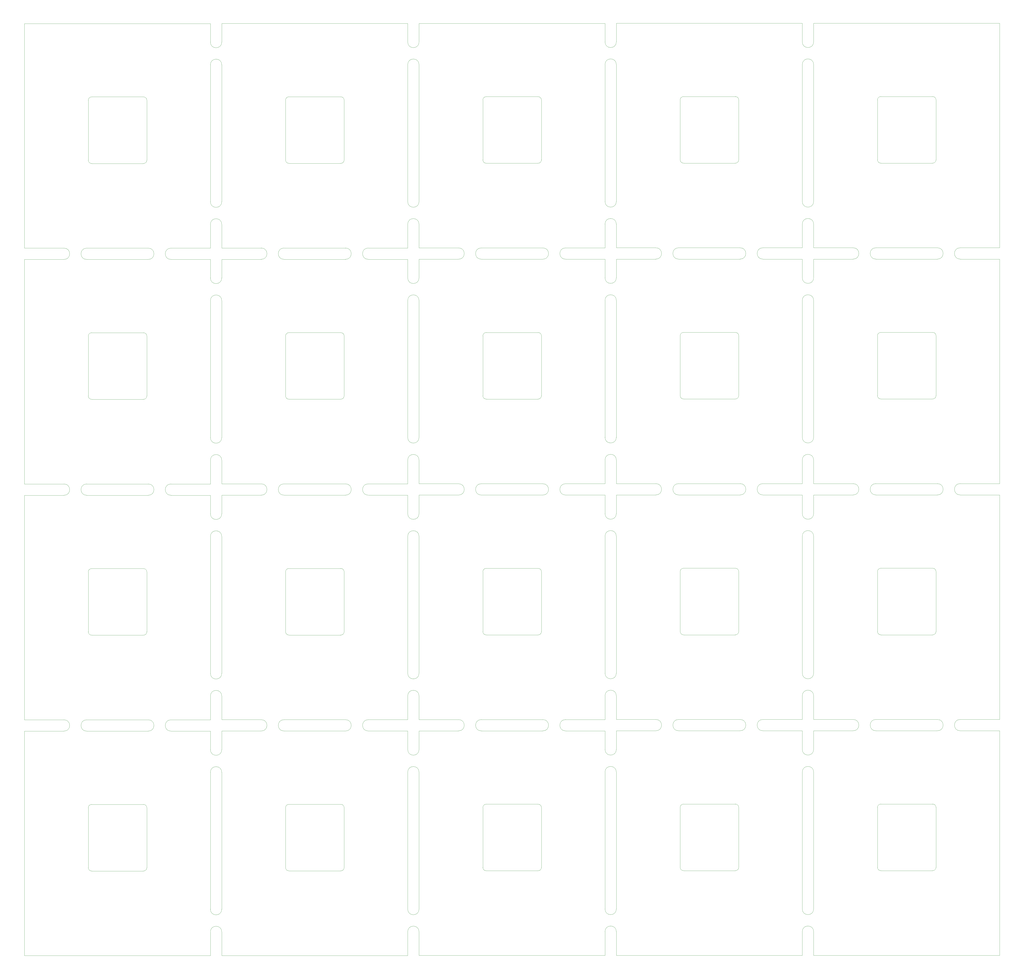
<source format=gbr>
%TF.GenerationSoftware,KiCad,Pcbnew,(6.0.5)*%
%TF.CreationDate,2022-08-17T15:04:12-07:00*%
%TF.ProjectId,X_Y_Panels,585f595f-5061-46e6-956c-732e6b696361,rev?*%
%TF.SameCoordinates,Original*%
%TF.FileFunction,Profile,NP*%
%FSLAX46Y46*%
G04 Gerber Fmt 4.6, Leading zero omitted, Abs format (unit mm)*
G04 Created by KiCad (PCBNEW (6.0.5)) date 2022-08-17 15:04:12*
%MOMM*%
%LPD*%
G01*
G04 APERTURE LIST*
%TA.AperFunction,Profile*%
%ADD10C,0.100000*%
%TD*%
%TA.AperFunction,Profile*%
%ADD11C,0.050000*%
%TD*%
G04 APERTURE END LIST*
D10*
X387678000Y-42062000D02*
G75*
G03*
X386178000Y-43561997I0J-1500000D01*
G01*
X125188000Y-174051999D02*
X125188000Y-147661999D01*
D11*
X266042000Y-192339998D02*
X266042000Y-131969998D01*
X211482000Y-217809998D02*
X238642000Y-217809998D01*
D10*
X151028000Y-147661999D02*
X151028000Y-174051999D01*
D11*
X266042000Y-17969998D02*
X266042000Y-9809998D01*
X271038000Y-212759997D02*
X271042000Y-202339998D01*
X10050000Y-316910000D02*
X27490000Y-316910000D01*
D10*
X64032000Y-355712000D02*
X64032000Y-382102000D01*
X212184000Y-382001998D02*
X212184000Y-355611998D01*
D11*
X271038000Y-113759997D02*
X288478000Y-113759997D01*
D10*
X236524000Y-71502000D02*
G75*
G03*
X238024000Y-70001998I0J1500000D01*
G01*
D11*
X335638000Y-321759997D02*
X353038000Y-321759997D01*
D10*
X62532000Y-71602000D02*
X39692000Y-71602000D01*
X126688000Y-146162000D02*
G75*
G03*
X125188000Y-147661999I0J-1500000D01*
G01*
D11*
X179046000Y-192389999D02*
X179046000Y-132019999D01*
D10*
X39692000Y-250212000D02*
G75*
G03*
X38192000Y-251712000I0J-1500000D01*
G01*
D11*
X184046000Y-122019999D02*
X184042000Y-113809998D01*
D10*
X323520000Y-383452000D02*
G75*
G03*
X325020000Y-381951997I0J1500000D01*
G01*
D11*
X184046000Y-192389999D02*
X184046000Y-132019999D01*
X37490000Y-217910000D02*
X64650000Y-217910000D01*
D10*
X149528000Y-383552000D02*
G75*
G03*
X151028000Y-382051999I0J1500000D01*
G01*
D11*
X335638000Y-108759997D02*
X353038000Y-108759997D01*
X358036000Y-108759997D02*
X375476000Y-108759997D01*
X271038000Y-212759997D02*
X288478000Y-212759997D01*
X124486000Y-217859999D02*
X151646000Y-217859999D01*
X74650000Y-217910000D02*
X92050000Y-217910000D01*
X92050000Y-226070000D02*
X92050000Y-217910000D01*
D10*
X386178003Y-69951997D02*
G75*
G03*
X387678000Y-71451997I1499997J-3D01*
G01*
X412018003Y-355561997D02*
G75*
G03*
X410518000Y-354061997I-1499903J97D01*
G01*
D11*
X335638000Y-420759997D02*
X353038000Y-420759997D01*
X440036000Y-9759997D02*
X358036000Y-9759997D01*
X353040000Y-192339998D02*
X353040000Y-131969998D01*
X271042000Y-225969998D02*
X271038000Y-217759997D01*
X266042000Y-329969998D02*
X266042000Y-321809998D01*
D10*
X323520000Y-175451997D02*
X300680000Y-175451997D01*
X149528000Y-383551999D02*
X126688000Y-383551999D01*
D11*
X385476000Y-113759997D02*
X412636000Y-113759997D01*
X358040000Y-329969998D02*
X358036000Y-321759997D01*
D10*
X299180000Y-173951997D02*
X299180000Y-147561997D01*
X149528000Y-71551999D02*
X126688000Y-71551999D01*
D11*
X440036000Y-212759997D02*
X440036000Y-113759997D01*
D10*
X323520000Y-71452000D02*
G75*
G03*
X325020000Y-69951997I0J1500000D01*
G01*
D11*
X124486000Y-316859999D02*
X151646000Y-316859999D01*
D10*
X212184002Y-70001998D02*
G75*
G03*
X213684000Y-71501998I1499998J-2D01*
G01*
X212184000Y-70001998D02*
X212184000Y-43611998D01*
X151028001Y-147661999D02*
G75*
G03*
X149528000Y-146161999I-1499901J99D01*
G01*
X325020000Y-43561997D02*
X325020000Y-69951997D01*
X151028001Y-251661999D02*
G75*
G03*
X149528000Y-250161999I-1499901J99D01*
G01*
X38192000Y-174102000D02*
G75*
G03*
X39692000Y-175602000I1500000J0D01*
G01*
X325020000Y-251561997D02*
X325020000Y-277951997D01*
X386178003Y-381951997D02*
G75*
G03*
X387678000Y-383451997I1499997J-3D01*
G01*
D11*
X179046000Y-226019999D02*
X179046000Y-217859999D01*
D10*
X410518000Y-175451997D02*
X387678000Y-175451997D01*
D11*
X298478000Y-113759997D02*
X325638000Y-113759997D01*
X358040000Y-296339998D02*
X358040000Y-235969998D01*
X124486000Y-108859999D02*
X151646000Y-108859999D01*
D10*
X410518000Y-71451997D02*
X387678000Y-71451997D01*
X64032000Y-43712000D02*
G75*
G03*
X62532000Y-42212000I-1500000J0D01*
G01*
X299180003Y-69951997D02*
G75*
G03*
X300680000Y-71451997I1499997J-3D01*
G01*
D11*
X97046000Y-217859999D02*
X114486000Y-217859999D01*
D10*
X386178003Y-277951997D02*
G75*
G03*
X387678000Y-279451997I1499997J-3D01*
G01*
X238024000Y-251611998D02*
X238024000Y-278001998D01*
X125188001Y-174051999D02*
G75*
G03*
X126688000Y-175551999I1499999J-1D01*
G01*
D11*
X271042000Y-296339998D02*
X271042000Y-235969998D01*
D10*
X325020000Y-355561997D02*
X325020000Y-381951997D01*
X39692000Y-42212000D02*
G75*
G03*
X38192000Y-43712000I0J-1500000D01*
G01*
X238024002Y-147611998D02*
G75*
G03*
X236524000Y-146111998I-1499902J98D01*
G01*
X236524000Y-175501998D02*
X213684000Y-175501998D01*
D11*
X266042000Y-121969998D02*
X266042000Y-113809998D01*
X353038000Y-316759997D02*
X353040000Y-306339998D01*
X248642000Y-321809998D02*
X266042000Y-321809998D01*
D10*
X412018003Y-147561997D02*
G75*
G03*
X410518000Y-146061997I-1499903J97D01*
G01*
D11*
X422636000Y-420759997D02*
X440036000Y-420759997D01*
X358036000Y-321759997D02*
X375476000Y-321759997D01*
X271038000Y-420759997D02*
X271042000Y-410339998D01*
X37490000Y-212910000D02*
X64650000Y-212910000D01*
D10*
X410518000Y-383451997D02*
X387678000Y-383451997D01*
D11*
X211482000Y-108809998D02*
X238642000Y-108809998D01*
D10*
X412018003Y-43561997D02*
G75*
G03*
X410518000Y-42061997I-1499903J97D01*
G01*
D11*
X10050000Y-108910000D02*
X10050000Y-9910000D01*
D10*
X149528000Y-175551999D02*
X126688000Y-175551999D01*
D11*
X248642000Y-212809998D02*
X266042000Y-212809998D01*
D10*
X386178000Y-173951997D02*
X386178000Y-147561997D01*
D11*
X271038000Y-321759997D02*
X288478000Y-321759997D01*
X92050000Y-330070000D02*
X92050000Y-321910000D01*
X179046000Y-88389999D02*
X179046000Y-28019999D01*
D10*
X125188001Y-278051999D02*
G75*
G03*
X126688000Y-279551999I1499999J-1D01*
G01*
X213684000Y-354112000D02*
G75*
G03*
X212184000Y-355611998I0J-1500000D01*
G01*
X151028000Y-251661999D02*
X151028000Y-278051999D01*
D11*
X10050000Y-113910000D02*
X27490000Y-113910000D01*
D10*
X62532000Y-383602000D02*
X39692000Y-383602000D01*
X323520000Y-279452000D02*
G75*
G03*
X325020000Y-277951997I0J1500000D01*
G01*
X39692000Y-42212000D02*
X62532000Y-42212000D01*
D11*
X248642000Y-316809998D02*
X266042000Y-316809998D01*
X440036000Y-420759997D02*
X440036000Y-321759997D01*
X353040000Y-88339998D02*
X353040000Y-27969998D01*
D10*
X238024000Y-355611998D02*
X238024000Y-382001998D01*
X323520000Y-175452000D02*
G75*
G03*
X325020000Y-173951997I0J1500000D01*
G01*
X125188001Y-70051999D02*
G75*
G03*
X126688000Y-71551999I1499999J-1D01*
G01*
X299180000Y-381951997D02*
X299180000Y-355561997D01*
X325020003Y-251561997D02*
G75*
G03*
X323520000Y-250061997I-1499903J97D01*
G01*
X149528000Y-175552000D02*
G75*
G03*
X151028000Y-174051999I0J1500000D01*
G01*
D11*
X184042000Y-321809998D02*
X201482000Y-321809998D01*
X358036000Y-212759997D02*
X358040000Y-202339998D01*
D10*
X386178000Y-381951997D02*
X386178000Y-355561997D01*
D11*
X440036000Y-316759997D02*
X440036000Y-217759997D01*
X440036000Y-108759997D02*
X440036000Y-9759997D01*
D10*
X39692000Y-354212000D02*
G75*
G03*
X38192000Y-355712000I0J-1500000D01*
G01*
D11*
X353038000Y-9759997D02*
X271038000Y-9759997D01*
X353040000Y-296339998D02*
X353040000Y-235969998D01*
D10*
X236524000Y-383502000D02*
G75*
G03*
X238024000Y-382001998I0J1500000D01*
G01*
X238024002Y-355611998D02*
G75*
G03*
X236524000Y-354111998I-1499902J98D01*
G01*
D11*
X97050000Y-330070000D02*
X97046000Y-321859999D01*
X266042000Y-296339998D02*
X266042000Y-235969998D01*
X10050000Y-420910000D02*
X74650000Y-420910000D01*
D10*
X62532000Y-383602000D02*
G75*
G03*
X64032000Y-382102000I0J1500000D01*
G01*
D11*
X422636000Y-217759997D02*
X440036000Y-217759997D01*
D10*
X299180000Y-69951997D02*
X299180000Y-43561997D01*
X64032000Y-355712000D02*
G75*
G03*
X62532000Y-354212000I-1500000J0D01*
G01*
X412018000Y-251561997D02*
X412018000Y-277951997D01*
X387678000Y-42061997D02*
X410518000Y-42061997D01*
D11*
X358040000Y-17969998D02*
X358036000Y-9759997D01*
X358036000Y-217759997D02*
X375476000Y-217759997D01*
X211482000Y-321809998D02*
X238642000Y-321809998D01*
X266042000Y-9809998D02*
X184042000Y-9809998D01*
X248642000Y-113809998D02*
X266042000Y-113809998D01*
X37490000Y-108910000D02*
X64650000Y-108910000D01*
X179046000Y-330019999D02*
X179046000Y-321859999D01*
X97046000Y-316859999D02*
X97050000Y-306440000D01*
X335638000Y-212759997D02*
X353038000Y-212759997D01*
X74650000Y-113910000D02*
X92050000Y-113910000D01*
D10*
X126688000Y-354162000D02*
G75*
G03*
X125188000Y-355661999I0J-1500000D01*
G01*
D11*
X97046000Y-108859999D02*
X114486000Y-108859999D01*
D10*
X213684000Y-146111998D02*
X236524000Y-146111998D01*
X212184002Y-174001998D02*
G75*
G03*
X213684000Y-175501998I1499998J-2D01*
G01*
D11*
X358040000Y-121969998D02*
X358036000Y-113759997D01*
D10*
X238024002Y-251611998D02*
G75*
G03*
X236524000Y-250111998I-1499902J98D01*
G01*
X236524000Y-175502000D02*
G75*
G03*
X238024000Y-174001998I0J1500000D01*
G01*
X325020000Y-147561997D02*
X325020000Y-173951997D01*
D11*
X184042000Y-420809998D02*
X184046000Y-410389999D01*
D10*
X151028001Y-43661999D02*
G75*
G03*
X149528000Y-42161999I-1499901J99D01*
G01*
X387678000Y-146062000D02*
G75*
G03*
X386178000Y-147561997I0J-1500000D01*
G01*
X126688000Y-42162000D02*
G75*
G03*
X125188000Y-43661999I0J-1500000D01*
G01*
D11*
X298478000Y-316759997D02*
X325638000Y-316759997D01*
X37490000Y-321910000D02*
X64650000Y-321910000D01*
X271038000Y-420759997D02*
X335638000Y-420759997D01*
D10*
X412018000Y-355561997D02*
X412018000Y-381951997D01*
X300680000Y-354061997D02*
X323520000Y-354061997D01*
D11*
X266042000Y-316809998D02*
X266042000Y-306339998D01*
D10*
X151028001Y-355661999D02*
G75*
G03*
X149528000Y-354161999I-1499901J99D01*
G01*
X39692000Y-146212000D02*
G75*
G03*
X38192000Y-147712000I0J-1500000D01*
G01*
X300680000Y-250061997D02*
X323520000Y-250061997D01*
D11*
X184042000Y-108809998D02*
X201482000Y-108809998D01*
X97050000Y-88440000D02*
X97050000Y-28070000D01*
X97046000Y-108859999D02*
X97050000Y-98440000D01*
X358036000Y-420759997D02*
X422636000Y-420759997D01*
D10*
X39692000Y-146212000D02*
X62532000Y-146212000D01*
D11*
X248642000Y-217809998D02*
X266042000Y-217809998D01*
D10*
X38192000Y-382102000D02*
G75*
G03*
X39692000Y-383602000I1500000J0D01*
G01*
D11*
X184042000Y-212809998D02*
X201482000Y-212809998D01*
X353040000Y-400339998D02*
X353040000Y-339969998D01*
X271042000Y-88339998D02*
X271042000Y-27969998D01*
X161646000Y-316859999D02*
X179046000Y-316859999D01*
D10*
X236524000Y-71501998D02*
X213684000Y-71501998D01*
D11*
X184046000Y-330019999D02*
X184042000Y-321809998D01*
X74650000Y-420910000D02*
X92050000Y-420910000D01*
X266042000Y-108809998D02*
X266042000Y-98339998D01*
D10*
X149528000Y-71552000D02*
G75*
G03*
X151028000Y-70051999I0J1500000D01*
G01*
D11*
X184046000Y-88389999D02*
X184046000Y-28019999D01*
D10*
X323520000Y-71451997D02*
X300680000Y-71451997D01*
D11*
X92050000Y-212910000D02*
X92050000Y-202440000D01*
X422636000Y-212759997D02*
X440036000Y-212759997D01*
X97050000Y-226070000D02*
X97046000Y-217859999D01*
X97046000Y-212859999D02*
X114486000Y-212859999D01*
X298478000Y-108759997D02*
X325638000Y-108759997D01*
X37490000Y-113910000D02*
X64650000Y-113910000D01*
X422636000Y-113759997D02*
X440036000Y-113759997D01*
D10*
X300680000Y-42061997D02*
X323520000Y-42061997D01*
X149528000Y-279551999D02*
X126688000Y-279551999D01*
X64032000Y-147712000D02*
G75*
G03*
X62532000Y-146212000I-1500000J0D01*
G01*
D11*
X97046000Y-420859999D02*
X161646000Y-420859999D01*
X385476000Y-108759997D02*
X412636000Y-108759997D01*
D10*
X62532000Y-279602000D02*
G75*
G03*
X64032000Y-278102000I0J1500000D01*
G01*
D11*
X353040000Y-121969998D02*
X353038000Y-113759997D01*
X184042000Y-217809998D02*
X201482000Y-217809998D01*
D10*
X38192000Y-278102000D02*
X38192000Y-251712000D01*
X410518000Y-175452000D02*
G75*
G03*
X412018000Y-173951997I0J1500000D01*
G01*
D11*
X358036000Y-212759997D02*
X375476000Y-212759997D01*
D10*
X238024002Y-43611998D02*
G75*
G03*
X236524000Y-42111998I-1499902J98D01*
G01*
X126688000Y-250162000D02*
G75*
G03*
X125188000Y-251661999I0J-1500000D01*
G01*
D11*
X179046000Y-420859999D02*
X179046000Y-410389999D01*
D10*
X299180003Y-173951997D02*
G75*
G03*
X300680000Y-175451997I1499997J-3D01*
G01*
X236524000Y-279501998D02*
X213684000Y-279501998D01*
D11*
X211482000Y-113809998D02*
X238642000Y-113809998D01*
X271038000Y-108759997D02*
X288478000Y-108759997D01*
D10*
X323520000Y-279451997D02*
X300680000Y-279451997D01*
X410518000Y-279451997D02*
X387678000Y-279451997D01*
X64032000Y-147712000D02*
X64032000Y-174102000D01*
X126688000Y-42161999D02*
X149528000Y-42161999D01*
X386178003Y-173951997D02*
G75*
G03*
X387678000Y-175451997I1499997J-3D01*
G01*
X64032000Y-251712000D02*
X64032000Y-278102000D01*
D11*
X271042000Y-192339998D02*
X271042000Y-131969998D01*
X358040000Y-192339998D02*
X358040000Y-131969998D01*
X97046000Y-113859999D02*
X114486000Y-113859999D01*
D10*
X213684000Y-42111998D02*
X236524000Y-42111998D01*
D11*
X92050000Y-420910000D02*
X92050000Y-410440000D01*
X161646000Y-217859999D02*
X179046000Y-217859999D01*
X10050000Y-108910000D02*
X27490000Y-108910000D01*
X184042000Y-212809998D02*
X184046000Y-202389999D01*
X97050000Y-400440000D02*
X97050000Y-340070000D01*
X248642000Y-420809998D02*
X266042000Y-420809998D01*
D10*
X387678000Y-354062000D02*
G75*
G03*
X386178000Y-355561997I0J-1500000D01*
G01*
D11*
X358040000Y-88339998D02*
X358040000Y-27969998D01*
X266042000Y-400339998D02*
X266042000Y-339969998D01*
X271042000Y-400339998D02*
X271042000Y-339969998D01*
X184046000Y-226019999D02*
X184042000Y-217809998D01*
X10050000Y-212910000D02*
X10050000Y-113910000D01*
X97050000Y-192440000D02*
X97050000Y-132070000D01*
X179046000Y-9859999D02*
X97046000Y-9859999D01*
X92050000Y-400440000D02*
X92050000Y-340070000D01*
X266042000Y-420809998D02*
X266042000Y-410339998D01*
X385476000Y-321759997D02*
X412636000Y-321759997D01*
X353040000Y-329969998D02*
X353038000Y-321759997D01*
X353040000Y-17969998D02*
X353038000Y-9759997D01*
D10*
X39692000Y-354212000D02*
X62532000Y-354212000D01*
D11*
X97050000Y-18070000D02*
X97046000Y-9859999D01*
X385476000Y-217759997D02*
X412636000Y-217759997D01*
X161646000Y-113859999D02*
X179046000Y-113859999D01*
X92050000Y-9910000D02*
X10050000Y-9910000D01*
X10050000Y-316910000D02*
X10050000Y-217910000D01*
D10*
X386178000Y-69951997D02*
X386178000Y-43561997D01*
D11*
X184042000Y-316809998D02*
X184046000Y-306389999D01*
X92050000Y-18070000D02*
X92050000Y-9910000D01*
X211482000Y-316809998D02*
X238642000Y-316809998D01*
D10*
X213684000Y-42112000D02*
G75*
G03*
X212184000Y-43611998I0J-1500000D01*
G01*
D11*
X358036000Y-316759997D02*
X375476000Y-316759997D01*
X358036000Y-113759997D02*
X375476000Y-113759997D01*
X179046000Y-18019999D02*
X179046000Y-9859999D01*
X124486000Y-113859999D02*
X151646000Y-113859999D01*
D10*
X300680000Y-354062000D02*
G75*
G03*
X299180000Y-355561997I0J-1500000D01*
G01*
D11*
X74650000Y-316910000D02*
X92050000Y-316910000D01*
X385476000Y-316759997D02*
X412636000Y-316759997D01*
X10050000Y-321910000D02*
X27490000Y-321910000D01*
D10*
X151028000Y-43661999D02*
X151028000Y-70051999D01*
X238024000Y-147611998D02*
X238024000Y-174001998D01*
D11*
X74650000Y-212910000D02*
X92050000Y-212910000D01*
X92050000Y-108910000D02*
X92050000Y-98440000D01*
D10*
X325020003Y-147561997D02*
G75*
G03*
X323520000Y-146061997I-1499903J97D01*
G01*
X300680000Y-42062000D02*
G75*
G03*
X299180000Y-43561997I0J-1500000D01*
G01*
D11*
X266042000Y-88339998D02*
X266042000Y-27969998D01*
X335638000Y-316759997D02*
X353038000Y-316759997D01*
D10*
X149528000Y-279552000D02*
G75*
G03*
X151028000Y-278051999I0J1500000D01*
G01*
D11*
X271042000Y-17969998D02*
X271038000Y-9759997D01*
D10*
X64032000Y-251712000D02*
G75*
G03*
X62532000Y-250212000I-1500000J0D01*
G01*
D11*
X161646000Y-108859999D02*
X179046000Y-108859999D01*
D10*
X387678000Y-146061997D02*
X410518000Y-146061997D01*
D11*
X97046000Y-420859999D02*
X97050000Y-410440000D01*
X335638000Y-113759997D02*
X353038000Y-113759997D01*
X124486000Y-212859999D02*
X151646000Y-212859999D01*
D10*
X300680000Y-250062000D02*
G75*
G03*
X299180000Y-251561997I0J-1500000D01*
G01*
X212184002Y-278001998D02*
G75*
G03*
X213684000Y-279501998I1499998J-2D01*
G01*
D11*
X10050000Y-212910000D02*
X27490000Y-212910000D01*
D10*
X300680000Y-146061997D02*
X323520000Y-146061997D01*
D11*
X179046000Y-400389999D02*
X179046000Y-340019999D01*
X353038000Y-108759997D02*
X353040000Y-98339998D01*
X298478000Y-217759997D02*
X325638000Y-217759997D01*
X298478000Y-321759997D02*
X325638000Y-321759997D01*
X92050000Y-192440000D02*
X92050000Y-132070000D01*
X271042000Y-121969998D02*
X271038000Y-113759997D01*
X92050000Y-316910000D02*
X92050000Y-306440000D01*
X422636000Y-108759997D02*
X440036000Y-108759997D01*
D10*
X213684000Y-146112000D02*
G75*
G03*
X212184000Y-147611998I0J-1500000D01*
G01*
D11*
X184042000Y-316809998D02*
X201482000Y-316809998D01*
X74650000Y-108910000D02*
X92050000Y-108910000D01*
D10*
X299180000Y-277951997D02*
X299180000Y-251561997D01*
D11*
X97046000Y-316859999D02*
X114486000Y-316859999D01*
X266042000Y-225969998D02*
X266042000Y-217809998D01*
D10*
X387678000Y-250061997D02*
X410518000Y-250061997D01*
X64032000Y-43712000D02*
X64032000Y-70102000D01*
X38192000Y-278102000D02*
G75*
G03*
X39692000Y-279602000I1500000J0D01*
G01*
X151028000Y-355661999D02*
X151028000Y-382051999D01*
X325020003Y-43561997D02*
G75*
G03*
X323520000Y-42061997I-1499903J97D01*
G01*
X323520000Y-383451997D02*
X300680000Y-383451997D01*
D11*
X37490000Y-316910000D02*
X64650000Y-316910000D01*
X184042000Y-420809998D02*
X248642000Y-420809998D01*
X97046000Y-212859999D02*
X97050000Y-202440000D01*
X179046000Y-316859999D02*
X179046000Y-306389999D01*
D10*
X212184002Y-382001998D02*
G75*
G03*
X213684000Y-383501998I1499998J-2D01*
G01*
D11*
X266042000Y-212809998D02*
X266042000Y-202339998D01*
X179046000Y-212859999D02*
X179046000Y-202389999D01*
D10*
X213684000Y-250112000D02*
G75*
G03*
X212184000Y-251611998I0J-1500000D01*
G01*
D11*
X385476000Y-212759997D02*
X412636000Y-212759997D01*
D10*
X38192000Y-70102000D02*
X38192000Y-43712000D01*
X213684000Y-354111998D02*
X236524000Y-354111998D01*
D11*
X97050000Y-296440000D02*
X97050000Y-236070000D01*
X422636000Y-316759997D02*
X440036000Y-316759997D01*
D10*
X412018000Y-43561997D02*
X412018000Y-69951997D01*
D11*
X184046000Y-18019999D02*
X184042000Y-9809998D01*
D10*
X386178000Y-277951997D02*
X386178000Y-251561997D01*
X387678000Y-250062000D02*
G75*
G03*
X386178000Y-251561997I0J-1500000D01*
G01*
D11*
X179046000Y-122019999D02*
X179046000Y-113859999D01*
X358036000Y-420759997D02*
X358040000Y-410339998D01*
X161646000Y-321859999D02*
X179046000Y-321859999D01*
X161646000Y-212859999D02*
X179046000Y-212859999D01*
X358036000Y-108759997D02*
X358040000Y-98339998D01*
D10*
X126688000Y-250161999D02*
X149528000Y-250161999D01*
D11*
X271038000Y-316759997D02*
X288478000Y-316759997D01*
X271038000Y-108759997D02*
X271042000Y-98339998D01*
D10*
X212184000Y-174001998D02*
X212184000Y-147611998D01*
X299180003Y-277951997D02*
G75*
G03*
X300680000Y-279451997I1499997J-3D01*
G01*
X213684000Y-250111998D02*
X236524000Y-250111998D01*
X125188001Y-382051999D02*
G75*
G03*
X126688000Y-383551999I1499999J-1D01*
G01*
D11*
X422636000Y-321759997D02*
X440036000Y-321759997D01*
X211482000Y-212809998D02*
X238642000Y-212809998D01*
D10*
X125188000Y-70051999D02*
X125188000Y-43661999D01*
D11*
X10050000Y-217910000D02*
X27490000Y-217910000D01*
X92050000Y-296440000D02*
X92050000Y-236070000D01*
D10*
X412018000Y-147561997D02*
X412018000Y-173951997D01*
D11*
X92050000Y-88440000D02*
X92050000Y-28070000D01*
X184046000Y-400389999D02*
X184046000Y-340019999D01*
D10*
X412018003Y-251561997D02*
G75*
G03*
X410518000Y-250061997I-1499903J97D01*
G01*
D11*
X271038000Y-316759997D02*
X271042000Y-306339998D01*
D10*
X39692000Y-250212000D02*
X62532000Y-250212000D01*
X125188000Y-278051999D02*
X125188000Y-251661999D01*
X299180003Y-381951997D02*
G75*
G03*
X300680000Y-383451997I1499997J-3D01*
G01*
X38192000Y-382102000D02*
X38192000Y-355712000D01*
D11*
X10050000Y-420910000D02*
X10050000Y-321910000D01*
D10*
X238024000Y-43611998D02*
X238024000Y-70001998D01*
X410518000Y-279452000D02*
G75*
G03*
X412018000Y-277951997I0J1500000D01*
G01*
X126688000Y-354161999D02*
X149528000Y-354161999D01*
D11*
X248642000Y-108809998D02*
X266042000Y-108809998D01*
X124486000Y-321859999D02*
X151646000Y-321859999D01*
X92050000Y-122070000D02*
X92050000Y-113910000D01*
D10*
X410518000Y-71452000D02*
G75*
G03*
X412018000Y-69951997I0J1500000D01*
G01*
D11*
X353038000Y-420759997D02*
X353040000Y-410339998D01*
X179046000Y-296389999D02*
X179046000Y-236019999D01*
D10*
X300680000Y-146062000D02*
G75*
G03*
X299180000Y-147561997I0J-1500000D01*
G01*
D11*
X271042000Y-329969998D02*
X271038000Y-321759997D01*
D10*
X325020003Y-355561997D02*
G75*
G03*
X323520000Y-354061997I-1499903J97D01*
G01*
D11*
X298478000Y-212759997D02*
X325638000Y-212759997D01*
X184042000Y-108809998D02*
X184046000Y-98389999D01*
X353038000Y-212759997D02*
X353040000Y-202339998D01*
D10*
X236524000Y-279502000D02*
G75*
G03*
X238024000Y-278001998I0J1500000D01*
G01*
D11*
X97050000Y-122070000D02*
X97046000Y-113859999D01*
D10*
X62532000Y-279602000D02*
X39692000Y-279602000D01*
D11*
X179046000Y-108859999D02*
X179046000Y-98389999D01*
X184042000Y-113809998D02*
X201482000Y-113809998D01*
X335638000Y-217759997D02*
X353038000Y-217759997D01*
D10*
X387678000Y-354061997D02*
X410518000Y-354061997D01*
X62532000Y-175602000D02*
X39692000Y-175602000D01*
X62532000Y-71602000D02*
G75*
G03*
X64032000Y-70102000I0J1500000D01*
G01*
D11*
X184046000Y-296389999D02*
X184046000Y-236019999D01*
X161646000Y-420859999D02*
X179046000Y-420859999D01*
D10*
X212184000Y-278001998D02*
X212184000Y-251611998D01*
D11*
X358040000Y-225969998D02*
X358036000Y-217759997D01*
D10*
X236524000Y-383501998D02*
X213684000Y-383501998D01*
X125188000Y-382051999D02*
X125188000Y-355661999D01*
X62532000Y-175602000D02*
G75*
G03*
X64032000Y-174102000I0J1500000D01*
G01*
X126688000Y-146161999D02*
X149528000Y-146161999D01*
D11*
X97046000Y-321859999D02*
X114486000Y-321859999D01*
X271038000Y-217759997D02*
X288478000Y-217759997D01*
D10*
X410518000Y-383452000D02*
G75*
G03*
X412018000Y-381951997I0J1500000D01*
G01*
X38192000Y-174102000D02*
X38192000Y-147712000D01*
D11*
X358040000Y-400339998D02*
X358040000Y-339969998D01*
X358036000Y-316759997D02*
X358040000Y-306339998D01*
X74650000Y-321910000D02*
X92050000Y-321910000D01*
X353040000Y-225969998D02*
X353038000Y-217759997D01*
D10*
X38192000Y-70102000D02*
G75*
G03*
X39692000Y-71602000I1500000J0D01*
G01*
D11*
%TO.C,mouse-bite-8*%
X179046000Y-400389999D02*
G75*
G03*
X184046000Y-400389999I2500000J0D01*
G01*
X184046000Y-410389999D02*
G75*
G03*
X179046000Y-410389999I-2500000J0D01*
G01*
%TO.C,mouse-bite-3*%
X353040000Y-121969998D02*
G75*
G03*
X358040000Y-121969998I2500000J0D01*
G01*
X358040000Y-131969998D02*
G75*
G03*
X353040000Y-131969998I-2500000J0D01*
G01*
%TO.C,mouse-bite-11*%
X298478000Y-212759997D02*
G75*
G03*
X298478000Y-217759997I0J-2500000D01*
G01*
X288478000Y-217759997D02*
G75*
G03*
X288478000Y-212759997I0J2500000D01*
G01*
%TO.C,mouse-bite-17*%
X114486000Y-217859999D02*
G75*
G03*
X114486000Y-212859999I0J2500000D01*
G01*
X124486000Y-212859999D02*
G75*
G03*
X124486000Y-217859999I0J-2500000D01*
G01*
%TO.C,mouse-bite-14*%
X412636000Y-217759997D02*
G75*
G03*
X412636000Y-212759997I0J2500000D01*
G01*
X422636000Y-212759997D02*
G75*
G03*
X422636000Y-217759997I0J-2500000D01*
G01*
%TO.C,mouse-bite-7*%
X92050000Y-400440000D02*
G75*
G03*
X97050000Y-400440000I2500000J0D01*
G01*
X97050000Y-410440000D02*
G75*
G03*
X92050000Y-410440000I-2500000J0D01*
G01*
%TO.C,mouse-bite-15*%
X37490000Y-316910000D02*
G75*
G03*
X37490000Y-321910000I0J-2500000D01*
G01*
X27490000Y-321910000D02*
G75*
G03*
X27490000Y-316910000I0J2500000D01*
G01*
%TO.C,mouse-bite-13*%
X385476000Y-212759997D02*
G75*
G03*
X385476000Y-217759997I0J-2500000D01*
G01*
X375476000Y-217759997D02*
G75*
G03*
X375476000Y-212759997I0J2500000D01*
G01*
%TO.C,mouse-bite-8*%
X179046000Y-296389999D02*
G75*
G03*
X184046000Y-296389999I2500000J0D01*
G01*
X184046000Y-306389999D02*
G75*
G03*
X179046000Y-306389999I-2500000J0D01*
G01*
%TO.C,mouse-bite-14*%
X412636000Y-321759997D02*
G75*
G03*
X412636000Y-316759997I0J2500000D01*
G01*
X422636000Y-316759997D02*
G75*
G03*
X422636000Y-321759997I0J-2500000D01*
G01*
%TO.C,mouse-bite-2*%
X266042000Y-17969998D02*
G75*
G03*
X271042000Y-17969998I2500000J0D01*
G01*
X271042000Y-27969998D02*
G75*
G03*
X266042000Y-27969998I-2500000J0D01*
G01*
X266042000Y-329969998D02*
G75*
G03*
X271042000Y-329969998I2500000J0D01*
G01*
X271042000Y-339969998D02*
G75*
G03*
X266042000Y-339969998I-2500000J0D01*
G01*
%TO.C,mouse-bite-14*%
X412636000Y-113759997D02*
G75*
G03*
X412636000Y-108759997I0J2500000D01*
G01*
X422636000Y-108759997D02*
G75*
G03*
X422636000Y-113759997I0J-2500000D01*
G01*
%TO.C,mouse-bite-3*%
X353040000Y-225969998D02*
G75*
G03*
X358040000Y-225969998I2500000J0D01*
G01*
X358040000Y-235969998D02*
G75*
G03*
X353040000Y-235969998I-2500000J0D01*
G01*
%TO.C,mouse-bite-6*%
X353040000Y-400339998D02*
G75*
G03*
X358040000Y-400339998I2500000J0D01*
G01*
X358040000Y-410339998D02*
G75*
G03*
X353040000Y-410339998I-2500000J0D01*
G01*
%TO.C,mouse-bite-8*%
X179046000Y-192389999D02*
G75*
G03*
X184046000Y-192389999I2500000J0D01*
G01*
X184046000Y-202389999D02*
G75*
G03*
X179046000Y-202389999I-2500000J0D01*
G01*
%TO.C,mouse-bite-12*%
X335638000Y-212759997D02*
G75*
G03*
X335638000Y-217759997I0J-2500000D01*
G01*
X325638000Y-217759997D02*
G75*
G03*
X325638000Y-212759997I0J2500000D01*
G01*
%TO.C,mouse-bite-3*%
X353040000Y-17969998D02*
G75*
G03*
X358040000Y-17969998I2500000J0D01*
G01*
X358040000Y-27969998D02*
G75*
G03*
X353040000Y-27969998I-2500000J0D01*
G01*
%TO.C,mouse-bite-7*%
X92050000Y-296440000D02*
G75*
G03*
X97050000Y-296440000I2500000J0D01*
G01*
X97050000Y-306440000D02*
G75*
G03*
X92050000Y-306440000I-2500000J0D01*
G01*
%TO.C,mouse-bite-11*%
X298478000Y-316759997D02*
G75*
G03*
X298478000Y-321759997I0J-2500000D01*
G01*
X288478000Y-321759997D02*
G75*
G03*
X288478000Y-316759997I0J2500000D01*
G01*
%TO.C,mouse-bite-17*%
X114486000Y-321859999D02*
G75*
G03*
X114486000Y-316859999I0J2500000D01*
G01*
X124486000Y-316859999D02*
G75*
G03*
X124486000Y-321859999I0J-2500000D01*
G01*
%TO.C,mouse-bite-12*%
X335638000Y-316759997D02*
G75*
G03*
X335638000Y-321759997I0J-2500000D01*
G01*
X325638000Y-321759997D02*
G75*
G03*
X325638000Y-316759997I0J2500000D01*
G01*
%TO.C,mouse-bite-13*%
X385476000Y-108759997D02*
G75*
G03*
X385476000Y-113759997I0J-2500000D01*
G01*
X375476000Y-113759997D02*
G75*
G03*
X375476000Y-108759997I0J2500000D01*
G01*
%TO.C,mouse-bite-5*%
X271042000Y-98339998D02*
G75*
G03*
X266042000Y-98339998I-2500000J0D01*
G01*
X266042000Y-88339998D02*
G75*
G03*
X271042000Y-88339998I2500000J0D01*
G01*
%TO.C,mouse-bite-1*%
X179046000Y-330019999D02*
G75*
G03*
X184046000Y-330019999I2500000J0D01*
G01*
X184046000Y-340019999D02*
G75*
G03*
X179046000Y-340019999I-2500000J0D01*
G01*
%TO.C,mouse-bite-3*%
X353040000Y-329969998D02*
G75*
G03*
X358040000Y-329969998I2500000J0D01*
G01*
X358040000Y-339969998D02*
G75*
G03*
X353040000Y-339969998I-2500000J0D01*
G01*
%TO.C,mouse-bite-6*%
X353040000Y-296339998D02*
G75*
G03*
X358040000Y-296339998I2500000J0D01*
G01*
X358040000Y-306339998D02*
G75*
G03*
X353040000Y-306339998I-2500000J0D01*
G01*
%TO.C,mouse-bite-16*%
X64650000Y-217910000D02*
G75*
G03*
X64650000Y-212910000I0J2500000D01*
G01*
X74650000Y-212910000D02*
G75*
G03*
X74650000Y-217910000I0J-2500000D01*
G01*
%TO.C,mouse-bite-6*%
X353040000Y-88339998D02*
G75*
G03*
X358040000Y-88339998I2500000J0D01*
G01*
X358040000Y-98339998D02*
G75*
G03*
X353040000Y-98339998I-2500000J0D01*
G01*
%TO.C,mouse-bite-15*%
X37490000Y-212910000D02*
G75*
G03*
X37490000Y-217910000I0J-2500000D01*
G01*
X27490000Y-217910000D02*
G75*
G03*
X27490000Y-212910000I0J2500000D01*
G01*
%TO.C,mouse-bite-4*%
X92050000Y-330070000D02*
G75*
G03*
X97050000Y-330070000I2500000J0D01*
G01*
X97050000Y-340070000D02*
G75*
G03*
X92050000Y-340070000I-2500000J0D01*
G01*
X92050000Y-122070000D02*
G75*
G03*
X97050000Y-122070000I2500000J0D01*
G01*
X97050000Y-132070000D02*
G75*
G03*
X92050000Y-132070000I-2500000J0D01*
G01*
%TO.C,mouse-bite-5*%
X271042000Y-410339998D02*
G75*
G03*
X266042000Y-410339998I-2500000J0D01*
G01*
X266042000Y-400339998D02*
G75*
G03*
X271042000Y-400339998I2500000J0D01*
G01*
%TO.C,mouse-bite-1*%
X179046000Y-18019999D02*
G75*
G03*
X184046000Y-18019999I2500000J0D01*
G01*
X184046000Y-28019999D02*
G75*
G03*
X179046000Y-28019999I-2500000J0D01*
G01*
%TO.C,mouse-bite-10*%
X248642000Y-316809998D02*
G75*
G03*
X248642000Y-321809998I0J-2500000D01*
G01*
X238642000Y-321809998D02*
G75*
G03*
X238642000Y-316809998I0J2500000D01*
G01*
%TO.C,mouse-bite-8*%
X179046000Y-88389999D02*
G75*
G03*
X184046000Y-88389999I2500000J0D01*
G01*
X184046000Y-98389999D02*
G75*
G03*
X179046000Y-98389999I-2500000J0D01*
G01*
%TO.C,mouse-bite-5*%
X271042000Y-306339998D02*
G75*
G03*
X266042000Y-306339998I-2500000J0D01*
G01*
X266042000Y-296339998D02*
G75*
G03*
X271042000Y-296339998I2500000J0D01*
G01*
%TO.C,mouse-bite-17*%
X114486000Y-113859999D02*
G75*
G03*
X114486000Y-108859999I0J2500000D01*
G01*
X124486000Y-108859999D02*
G75*
G03*
X124486000Y-113859999I0J-2500000D01*
G01*
%TO.C,mouse-bite-15*%
X37490000Y-108910000D02*
G75*
G03*
X37490000Y-113910000I0J-2500000D01*
G01*
X27490000Y-113910000D02*
G75*
G03*
X27490000Y-108910000I0J2500000D01*
G01*
%TO.C,mouse-bite-9*%
X211482000Y-212809998D02*
G75*
G03*
X211482000Y-217809998I0J-2500000D01*
G01*
X201482000Y-217809998D02*
G75*
G03*
X201482000Y-212809998I0J2500000D01*
G01*
%TO.C,mouse-bite-2*%
X266042000Y-225969998D02*
G75*
G03*
X271042000Y-225969998I2500000J0D01*
G01*
X271042000Y-235969998D02*
G75*
G03*
X266042000Y-235969998I-2500000J0D01*
G01*
%TO.C,mouse-bite-10*%
X248642000Y-212809998D02*
G75*
G03*
X248642000Y-217809998I0J-2500000D01*
G01*
X238642000Y-217809998D02*
G75*
G03*
X238642000Y-212809998I0J2500000D01*
G01*
%TO.C,mouse-bite-11*%
X298478000Y-108759997D02*
G75*
G03*
X298478000Y-113759997I0J-2500000D01*
G01*
X288478000Y-113759997D02*
G75*
G03*
X288478000Y-108759997I0J2500000D01*
G01*
%TO.C,mouse-bite-2*%
X266042000Y-121969998D02*
G75*
G03*
X271042000Y-121969998I2500000J0D01*
G01*
X271042000Y-131969998D02*
G75*
G03*
X266042000Y-131969998I-2500000J0D01*
G01*
%TO.C,mouse-bite-9*%
X211482000Y-316809998D02*
G75*
G03*
X211482000Y-321809998I0J-2500000D01*
G01*
X201482000Y-321809998D02*
G75*
G03*
X201482000Y-316809998I0J2500000D01*
G01*
%TO.C,mouse-bite-4*%
X92050000Y-226070000D02*
G75*
G03*
X97050000Y-226070000I2500000J0D01*
G01*
X97050000Y-236070000D02*
G75*
G03*
X92050000Y-236070000I-2500000J0D01*
G01*
%TO.C,mouse-bite-18*%
X151646000Y-113859999D02*
G75*
G03*
X151646000Y-108859999I0J2500000D01*
G01*
X161646000Y-108859999D02*
G75*
G03*
X161646000Y-113859999I0J-2500000D01*
G01*
%TO.C,mouse-bite-7*%
X92050000Y-192440000D02*
G75*
G03*
X97050000Y-192440000I2500000J0D01*
G01*
X97050000Y-202440000D02*
G75*
G03*
X92050000Y-202440000I-2500000J0D01*
G01*
%TO.C,mouse-bite-16*%
X64650000Y-321910000D02*
G75*
G03*
X64650000Y-316910000I0J2500000D01*
G01*
X74650000Y-316910000D02*
G75*
G03*
X74650000Y-321910000I0J-2500000D01*
G01*
%TO.C,mouse-bite-4*%
X92050000Y-18070000D02*
G75*
G03*
X97050000Y-18070000I2500000J0D01*
G01*
X97050000Y-28070000D02*
G75*
G03*
X92050000Y-28070000I-2500000J0D01*
G01*
%TO.C,mouse-bite-12*%
X335638000Y-108759997D02*
G75*
G03*
X335638000Y-113759997I0J-2500000D01*
G01*
X325638000Y-113759997D02*
G75*
G03*
X325638000Y-108759997I0J2500000D01*
G01*
%TO.C,mouse-bite-1*%
X179046000Y-122019999D02*
G75*
G03*
X184046000Y-122019999I2500000J0D01*
G01*
X184046000Y-132019999D02*
G75*
G03*
X179046000Y-132019999I-2500000J0D01*
G01*
%TO.C,mouse-bite-9*%
X211482000Y-108809998D02*
G75*
G03*
X211482000Y-113809998I0J-2500000D01*
G01*
X201482000Y-113809998D02*
G75*
G03*
X201482000Y-108809998I0J2500000D01*
G01*
%TO.C,mouse-bite-18*%
X151646000Y-321859999D02*
G75*
G03*
X151646000Y-316859999I0J2500000D01*
G01*
X161646000Y-316859999D02*
G75*
G03*
X161646000Y-321859999I0J-2500000D01*
G01*
%TO.C,mouse-bite-10*%
X248642000Y-108809998D02*
G75*
G03*
X248642000Y-113809998I0J-2500000D01*
G01*
X238642000Y-113809998D02*
G75*
G03*
X238642000Y-108809998I0J2500000D01*
G01*
%TO.C,mouse-bite-7*%
X92050000Y-88440000D02*
G75*
G03*
X97050000Y-88440000I2500000J0D01*
G01*
X97050000Y-98440000D02*
G75*
G03*
X92050000Y-98440000I-2500000J0D01*
G01*
%TO.C,mouse-bite-13*%
X385476000Y-316759997D02*
G75*
G03*
X385476000Y-321759997I0J-2500000D01*
G01*
X375476000Y-321759997D02*
G75*
G03*
X375476000Y-316759997I0J2500000D01*
G01*
%TO.C,mouse-bite-18*%
X151646000Y-217859999D02*
G75*
G03*
X151646000Y-212859999I0J2500000D01*
G01*
X161646000Y-212859999D02*
G75*
G03*
X161646000Y-217859999I0J-2500000D01*
G01*
%TO.C,mouse-bite-6*%
X353040000Y-192339998D02*
G75*
G03*
X358040000Y-192339998I2500000J0D01*
G01*
X358040000Y-202339998D02*
G75*
G03*
X353040000Y-202339998I-2500000J0D01*
G01*
%TO.C,mouse-bite-1*%
X179046000Y-226019999D02*
G75*
G03*
X184046000Y-226019999I2500000J0D01*
G01*
X184046000Y-236019999D02*
G75*
G03*
X179046000Y-236019999I-2500000J0D01*
G01*
%TO.C,mouse-bite-5*%
X271042000Y-202339998D02*
G75*
G03*
X266042000Y-202339998I-2500000J0D01*
G01*
X266042000Y-192339998D02*
G75*
G03*
X271042000Y-192339998I2500000J0D01*
G01*
%TO.C,mouse-bite-16*%
X64650000Y-113910000D02*
G75*
G03*
X64650000Y-108910000I0J2500000D01*
G01*
X74650000Y-108910000D02*
G75*
G03*
X74650000Y-113910000I0J-2500000D01*
G01*
%TD*%
M02*

</source>
